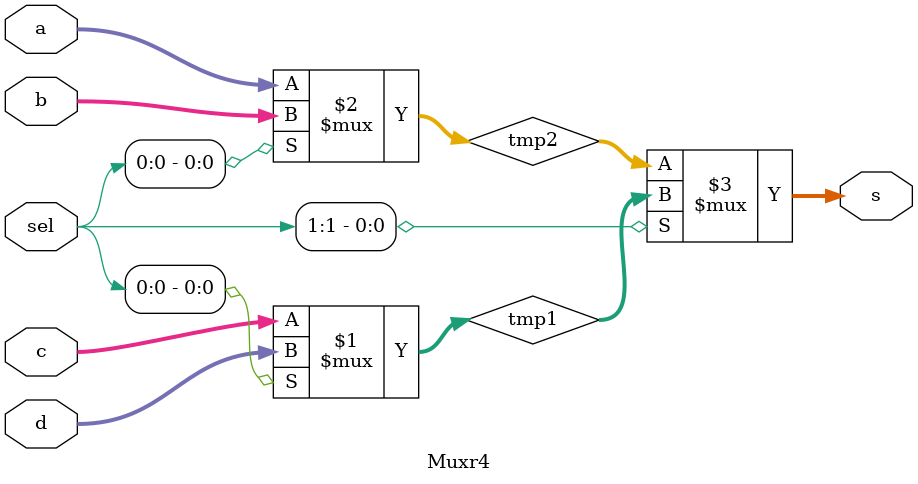
<source format=sv>
module Muxr4 #(parameter bus = 32) (input logic [bus-1:0] a,b,c,d,input[1:0] sel,output logic [bus-1:0] s);

	logic [bus-1:0] tmp1,tmp2;
	assign tmp1 = sel[0]?d:c;
	assign tmp2 = sel[0]?b:a;
	assign s = sel[1]? tmp1:tmp2;
	
endmodule


</source>
